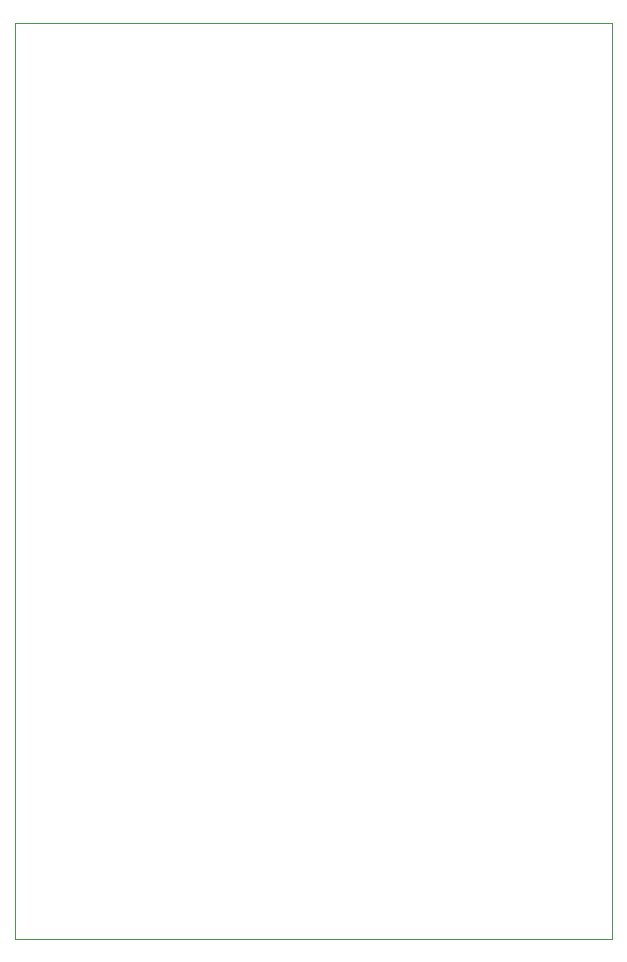
<source format=gbr>
%TF.GenerationSoftware,KiCad,Pcbnew,9.0.2*%
%TF.CreationDate,2025-07-06T13:36:05-04:00*%
%TF.ProjectId,Fidget!!!,46696467-6574-4212-9121-2e6b69636164,rev?*%
%TF.SameCoordinates,Original*%
%TF.FileFunction,Profile,NP*%
%FSLAX46Y46*%
G04 Gerber Fmt 4.6, Leading zero omitted, Abs format (unit mm)*
G04 Created by KiCad (PCBNEW 9.0.2) date 2025-07-06 13:36:05*
%MOMM*%
%LPD*%
G01*
G04 APERTURE LIST*
%TA.AperFunction,Profile*%
%ADD10C,0.050000*%
%TD*%
G04 APERTURE END LIST*
D10*
X41500000Y-14000000D02*
X92000000Y-14000000D01*
X92000000Y-91500000D01*
X41500000Y-91500000D01*
X41500000Y-14000000D01*
M02*

</source>
